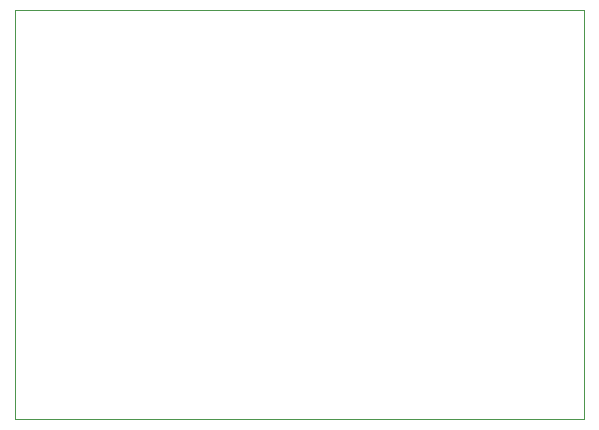
<source format=gbr>
%TF.GenerationSoftware,KiCad,Pcbnew,7.0.7*%
%TF.CreationDate,2024-03-26T11:27:05-06:00*%
%TF.ProjectId,rgb2comp,72676232-636f-46d7-902e-6b696361645f,1.0*%
%TF.SameCoordinates,Original*%
%TF.FileFunction,Profile,NP*%
%FSLAX46Y46*%
G04 Gerber Fmt 4.6, Leading zero omitted, Abs format (unit mm)*
G04 Created by KiCad (PCBNEW 7.0.7) date 2024-03-26 11:27:05*
%MOMM*%
%LPD*%
G01*
G04 APERTURE LIST*
%TA.AperFunction,Profile*%
%ADD10C,0.100000*%
%TD*%
G04 APERTURE END LIST*
D10*
X122536000Y-74291500D02*
X170745000Y-74291500D01*
X170745000Y-108896500D01*
X122536000Y-108896500D01*
X122536000Y-74291500D01*
M02*

</source>
